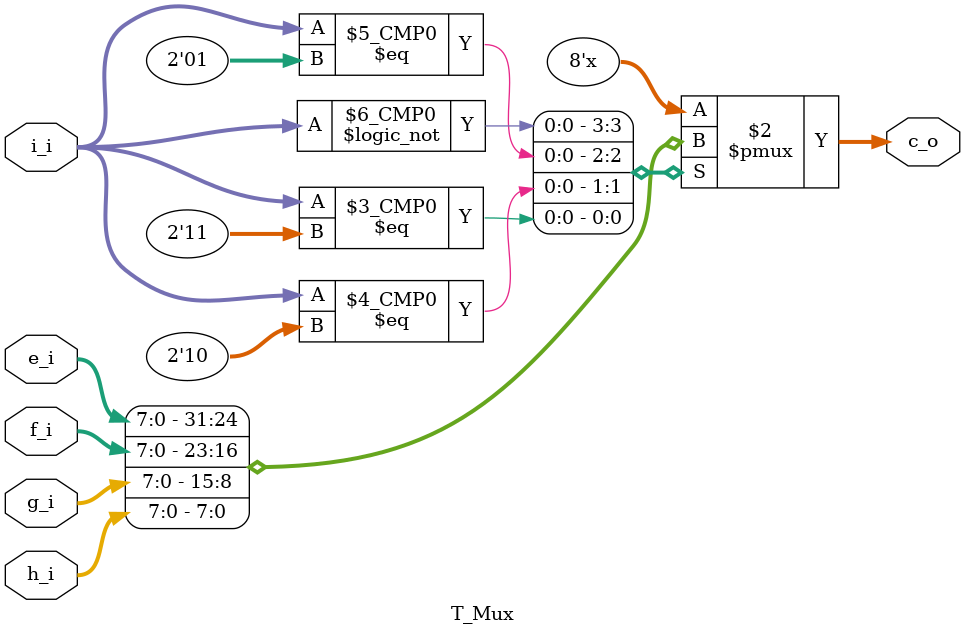
<source format=v>
`timescale 1ns / 1ps


module T_Mux(
   input [7:0] e_i,
    input [7:0]f_i,
    input [7:0]g_i,
    input [7:0]h_i,
    input [1:0]i_i,
    output [7:0]c_o
    );
    reg [7:0]c_o;
    always @(*)begin 
        case(i_i)
            2'b00:c_o=e_i;
            2'b01:c_o=f_i;
            2'b10:c_o=g_i;
            2'b11:c_o=h_i;
           endcase
        end
 endmodule
   
  
    
    


</source>
